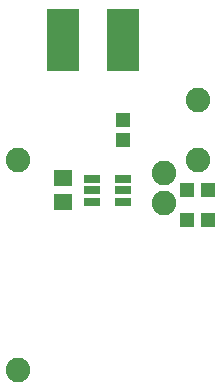
<source format=gbr>
G04 EAGLE Gerber RS-274X export*
G75*
%MOIN*%
%FSLAX34Y34*%
%LPD*%
%INSoldermask Top*%
%IPPOS*%
%AMOC8*
5,1,8,0,0,1.08239X$1,22.5*%
G01*
%ADD10C,0.082000*%
%ADD11R,0.108000X0.208000*%
%ADD12R,0.047370X0.051307*%
%ADD13R,0.051307X0.047370*%
%ADD14R,0.055244X0.029654*%
%ADD15R,0.059181X0.055244*%


D10*
X15500Y23500D03*
X15500Y16500D03*
X21500Y23500D03*
X21500Y25500D03*
X20375Y23063D03*
X20375Y22063D03*
D11*
X19000Y27500D03*
X17000Y27500D03*
D12*
X21165Y22500D03*
X21835Y22500D03*
X21165Y21500D03*
X21835Y21500D03*
D13*
X19000Y24835D03*
X19000Y24165D03*
D14*
X19012Y22126D03*
X19012Y22500D03*
X19012Y22874D03*
X17988Y22874D03*
X17988Y22126D03*
X17988Y22500D03*
D15*
X17000Y22100D03*
X17000Y22900D03*
M02*

</source>
